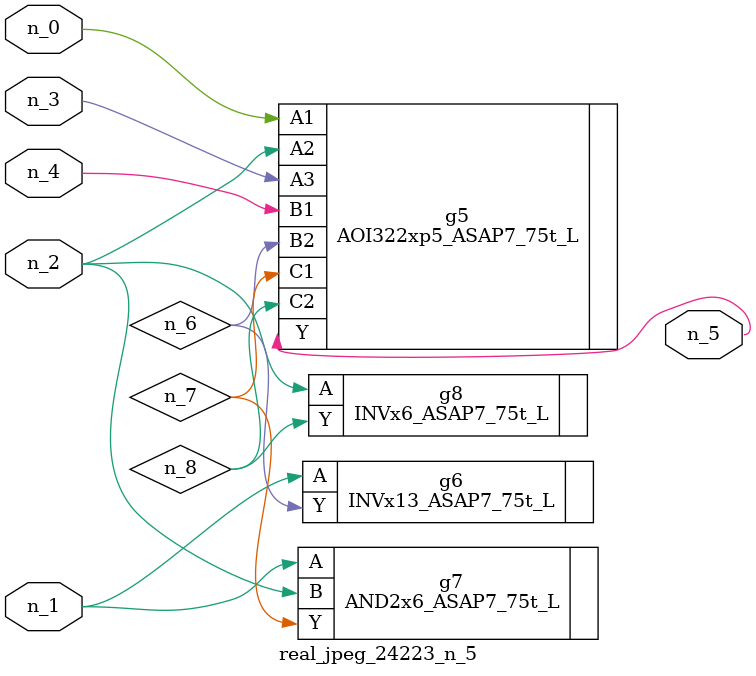
<source format=v>
module real_jpeg_24223_n_5 (n_4, n_0, n_1, n_2, n_3, n_5);

input n_4;
input n_0;
input n_1;
input n_2;
input n_3;

output n_5;

wire n_8;
wire n_6;
wire n_7;

AOI322xp5_ASAP7_75t_L g5 ( 
.A1(n_0),
.A2(n_2),
.A3(n_3),
.B1(n_4),
.B2(n_6),
.C1(n_7),
.C2(n_8),
.Y(n_5)
);

INVx13_ASAP7_75t_L g6 ( 
.A(n_1),
.Y(n_6)
);

AND2x6_ASAP7_75t_L g7 ( 
.A(n_1),
.B(n_2),
.Y(n_7)
);

INVx6_ASAP7_75t_L g8 ( 
.A(n_2),
.Y(n_8)
);


endmodule
</source>
